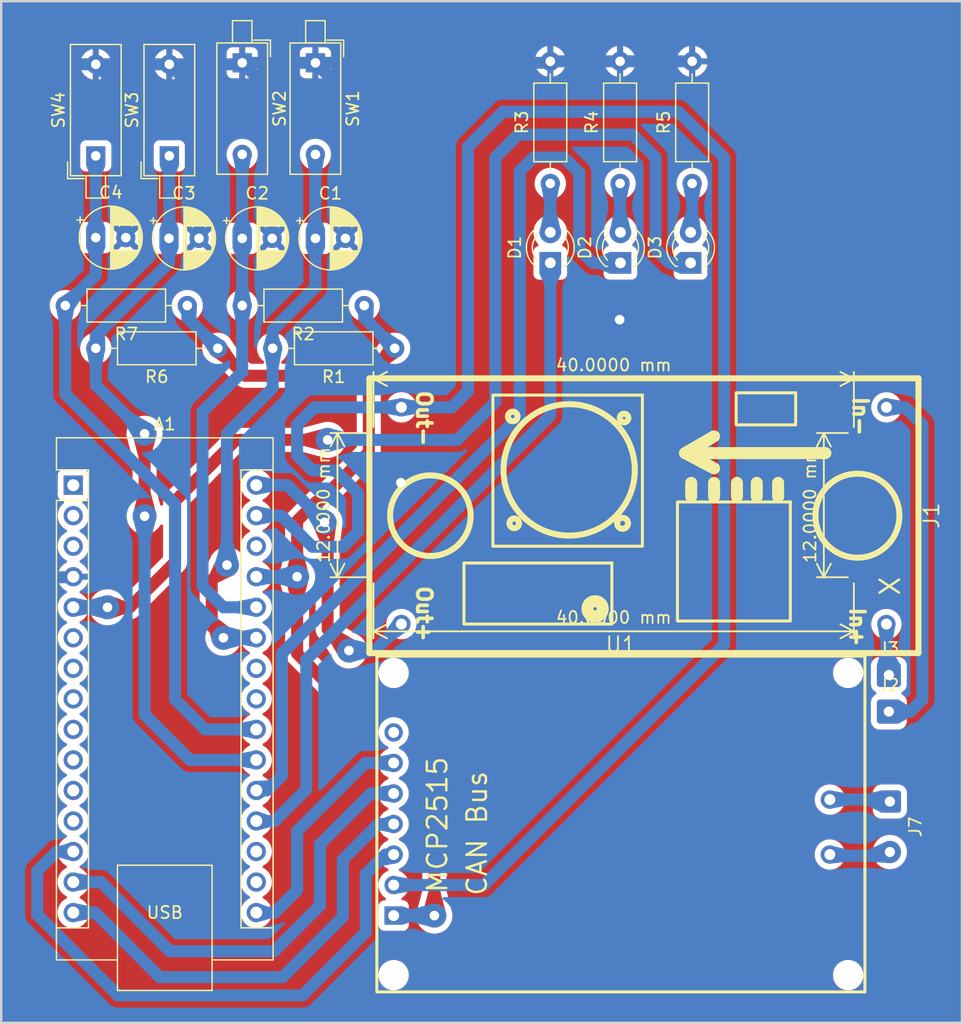
<source format=kicad_pcb>
(kicad_pcb (version 20240108) (generator "pcbnew") (generator_version "8.0")
  (layers (0 "F.Cu" signal) (31 "B.Cu" signal) (34 "B.Paste" user) (35 "F.Paste" user) (36 "B.SilkS" user "B.Silkscreen") (37 "F.SilkS" user "F.Silkscreen") (38 "B.Mask" user) (39 "F.Mask" user) (44 "Edge.Cuts" user))
  (net 0 "")
  (net 2 "Net-(A1-+5V)")
  (net 3 "Net-(A1-GND-Pad4)")
  (net 4 "Net-(A1-A6)")
  (net 5 "Net-(A1-A1)")
  (net 6 "Net-(A1-A3)")
  (net 7 "Net-(A1-D12)")
  (net 12 "Net-(A1-A7)")
  (net 14 "Net-(A1-D11)")
  (net 15 "Net-(A1-A2)")
  (net 17 "Net-(A1-A0)")
  (net 20 "Net-(A1-D10)")
  (net 21 "Net-(A1-D13)")
  (net 23 "Net-(A1-D2)")
  (net 26 "Net-(A1-VIN)")
  (net 29 "Net-(D1-A)")
  (net 30 "Net-(D2-A)")
  (net 31 "Net-(D3-A)")
  (net 32 "Net-(J7-Pin_1)")
  (net 33 "Net-(J7-Pin_2)")
  (net 36 "Net-(J1-Pin_3)")
  (net 37 "Net-(J1-Pin_2)")
  (net 38 "Net-(J1-Pin_1)")
  (footprint "Connector_Wire:SolderWire-0.25sqmm_1x01_D0.65mm_OD2mm" (layer "F.Cu") (at 216.916 83.058)
    (property "Reference" "J3" (at 0 -2.2 0) (layer "F.SilkS"))
    (property "Value" "Conn_01x01")
    (pad "1" thru_hole roundrect (at 0 0) (size 2 2) (drill 0.85) (layers "*.Cu" "*.Mask") (roundrect_rratio 0.125) (net 37 "Net-(J1-Pin_2)"))
  )
  (footprint "Resistor_THT:R_Axial_DIN0207_L6.3mm_D2.5mm_P10.16mm_Horizontal" (layer "F.Cu") (at 200.535 42.164 90)
    (property "Reference" "R5" (at 5.08 -2.37 90) (layer "F.SilkS"))
    (property "Value" "R3")
    (pad "1" thru_hole circle (at 0 0 90) (size 1.6 1.6) (drill 0.8) (layers "*.Cu" "*.Mask") (net 31 "Net-(D3-A)"))
    (pad "2" thru_hole oval (at 10.16 0 90) (size 1.6 1.6) (drill 0.8) (layers "*.Cu" "*.Mask") (net 3 "Net-(A1-GND-Pad4)"))
  )
  (footprint "Capacitor_THT:CP_Radial_D5.0mm_P2.50mm" (layer "F.Cu") (at 150.876 46.671112)
    (property "Reference" "C4" (at 1.25 -3.75 0) (layer "F.SilkS"))
    (property "Value" "C_Polarized_Small_US")
    (pad "1" thru_hole rect (at 0 0) (size 1.6 1.6) (drill 0.8) (layers "*.Cu" "*.Mask") (net 6 "Net-(A1-A3)"))
    (pad "2" thru_hole circle (at 2.5 0) (size 1.6 1.6) (drill 0.8) (layers "*.Cu" "*.Mask") (net 3 "Net-(A1-GND-Pad4)"))
  )
  (footprint "LED_THT:LED_D3.0mm" (layer "F.Cu") (at 194.564 48.773 90)
    (property "Reference" "D2" (at 1.27 -2.96 90) (layer "F.SilkS"))
    (property "Value" "LED2")
    (pad "1" thru_hole rect (at 0 0 90) (size 1.8 1.8) (drill 0.9) (layers "*.Cu" "*.Mask") (net 5 "Net-(A1-A1)"))
    (pad "2" thru_hole circle (at 2.54 0 90) (size 1.8 1.8) (drill 0.9) (layers "*.Cu" "*.Mask") (net 30 "Net-(D2-A)"))
  )
  (footprint "Capacitor_THT:CP_Radial_D5.0mm_P2.50mm" (layer "F.Cu") (at 169.164 46.736)
    (property "Reference" "C1" (at 1.25 -3.75 0) (layer "F.SilkS"))
    (property "Value" "C_Polarized_Small_US")
    (pad "1" thru_hole rect (at 0 0) (size 1.6 1.6) (drill 0.8) (layers "*.Cu" "*.Mask") (net 4 "Net-(A1-A6)"))
    (pad "2" thru_hole circle (at 2.5 0) (size 1.6 1.6) (drill 0.8) (layers "*.Cu" "*.Mask") (net 3 "Net-(A1-GND-Pad4)"))
  )
  (footprint "Button_Switch_THT:SW_DIP_SPSTx01_Piano_10.8x4.1mm_W7.62mm_P2.54mm" (layer "F.Cu") (at 163.068 32.127 -90)
    (property "Reference" "SW2" (at 3.81 -3.11 90) (layer "F.SilkS"))
    (property "Value" "SW_Push")
    (pad "1" thru_hole rect (at 0 0 270) (size 1.6 1.6) (drill 0.8) (layers "*.Cu" "*.Mask") (net 3 "Net-(A1-GND-Pad4)"))
    (pad "2" thru_hole oval (at 7.62 0 270) (size 1.6 1.6) (drill 0.8) (layers "*.Cu" "*.Mask") (net 12 "Net-(A1-A7)"))
  )
  (footprint "Connector_Wire:SolderWire-0.25sqmm_1x02_P4.2mm_D0.65mm_OD1.7mm" (layer "F.Cu") (at 217 93.59 -90)
    (property "Reference" "J7" (at 2.1 -2.12 90) (layer "F.SilkS"))
    (property "Value" "Conn_01x02")
    (pad "1" thru_hole roundrect (at 0 0 270) (size 1.85 1.85) (drill 0.85) (layers "*.Cu" "*.Mask") (roundrect_rratio 0.135135) (net 32 "Net-(J7-Pin_1)"))
    (pad "2" thru_hole circle (at 4.2 0 270) (size 1.85 1.85) (drill 0.85) (layers "*.Cu" "*.Mask") (net 33 "Net-(J7-Pin_2)"))
  )
  (footprint "Capacitor_THT:CP_Radial_D5.0mm_P2.50mm" (layer "F.Cu") (at 156.972 46.736)
    (property "Reference" "C3" (at 1.25 -3.75 0) (layer "F.SilkS"))
    (property "Value" "C_Polarized_Small_US")
    (pad "1" thru_hole rect (at 0 0) (size 1.6 1.6) (drill 0.8) (layers "*.Cu" "*.Mask") (net 15 "Net-(A1-A2)"))
    (pad "2" thru_hole circle (at 2.5 0) (size 1.6 1.6) (drill 0.8) (layers "*.Cu" "*.Mask") (net 3 "Net-(A1-GND-Pad4)"))
  )
  (footprint "Resistor_THT:R_Axial_DIN0207_L6.3mm_D2.5mm_P10.16mm_Horizontal" (layer "F.Cu") (at 161.036 55.88 180)
    (property "Reference" "R6" (at 5.08 -2.37 0) (layer "F.SilkS"))
    (property "Value" "R3")
    (pad "1" thru_hole circle (at 0 0 180) (size 1.6 1.6) (drill 0.8) (layers "*.Cu" "*.Mask") (net 2 "Net-(A1-+5V)"))
    (pad "2" thru_hole oval (at 10.16 0 180) (size 1.6 1.6) (drill 0.8) (layers "*.Cu" "*.Mask") (net 15 "Net-(A1-A2)"))
  )
  (footprint "Button_Switch_THT:SW_DIP_SPSTx01_Piano_10.8x4.1mm_W7.62mm_P2.54mm" (layer "F.Cu") (at 169.164 32.127 -90)
    (property "Reference" "SW1" (at 3.81 -3.11 90) (layer "F.SilkS"))
    (property "Value" "SW_Push")
    (pad "1" thru_hole rect (at 0 0 270) (size 1.6 1.6) (drill 0.8) (layers "*.Cu" "*.Mask") (net 3 "Net-(A1-GND-Pad4)"))
    (pad "2" thru_hole oval (at 7.62 0 270) (size 1.6 1.6) (drill 0.8) (layers "*.Cu" "*.Mask") (net 4 "Net-(A1-A6)"))
  )
  (footprint "Capacitor_THT:CP_Radial_D5.0mm_P2.50mm" (layer "F.Cu") (at 163.068 46.736)
    (property "Reference" "C2" (at 1.25 -3.75 0) (layer "F.SilkS"))
    (property "Value" "C_Polarized_Small_US")
    (pad "1" thru_hole rect (at 0 0) (size 1.6 1.6) (drill 0.8) (layers "*.Cu" "*.Mask") (net 12 "Net-(A1-A7)"))
    (pad "2" thru_hole circle (at 2.5 0) (size 1.6 1.6) (drill 0.8) (layers "*.Cu" "*.Mask") (net 3 "Net-(A1-GND-Pad4)"))
  )
  (footprint "Resistor_THT:R_Axial_DIN0207_L6.3mm_D2.5mm_P10.16mm_Horizontal" (layer "F.Cu") (at 173.228 52.324 180)
    (property "Reference" "R2" (at 5.08 -2.37 0) (layer "F.SilkS"))
    (property "Value" "R3")
    (pad "1" thru_hole circle (at 0 0 180) (size 1.6 1.6) (drill 0.8) (layers "*.Cu" "*.Mask") (net 2 "Net-(A1-+5V)"))
    (pad "2" thru_hole oval (at 10.16 0 180) (size 1.6 1.6) (drill 0.8) (layers "*.Cu" "*.Mask") (net 12 "Net-(A1-A7)"))
  )
  (footprint "modulos:LM2596 DC-DC HW-411" (layer "F.Cu") (at 196.517 69.807 -90)
    (property "Reference" "J1" (at 0 -23.945 90) (layer "F.SilkS") (effects (font (size 1.27 1.27))))
    (property "Value" "Conn_01x04")
    (fp_text user "X" (at 4.953 -21.3106 -90) (layer "F.SilkS") (effects (font (size 1.6256 1.6256) (thickness 0.2032)) (justify left top)))
    (fp_text user "In-" (at -10.033 -18.726 -90) (layer "F.SilkS") (effects (font (size 1.2 1.2) (thickness 0.3)) (justify left top)))
    (fp_text user "Out-" (at -10.541 17.596 -90) (layer "F.SilkS") (effects (font (size 1.2 1.2) (thickness 0.3)) (justify left top)))
    (fp_text user "Out+" (at 5.715 17.596 -90) (layer "F.SilkS") (effects (font (size 1.2 1.2) (thickness 0.3)) (justify left top)))
    (fp_text user "In+" (at 7.493 -18.472 -90) (layer "F.SilkS") (effects (font (size 1.2 1.2) (thickness 0.3)) (justify left top)))
    (pad "1" thru_hole oval (at -9.017 -20.193 270) (size 1.524 1.524) (drill 0.9144) (layers "*.Cu" "*.Mask") (net 38 "Net-(J1-Pin_1)"))
    (pad "2" thru_hole oval (at 9.017 -20.193 270) (size 1.524 1.524) (drill 0.9144) (layers "*.Cu" "*.Mask") (net 37 "Net-(J1-Pin_2)"))
    (pad "3" thru_hole oval (at -9.017 20.193 270) (size 1.524 1.524) (drill 0.9144) (layers "*.Cu" "*.Mask") (net 36 "Net-(J1-Pin_3)"))
    (pad "4" thru_hole oval (at 9.017 20.193 270) (size 1.524 1.524) (drill 0.9144) (layers "*.Cu" "*.Mask") (net 26 "Net-(A1-VIN)"))
  )
  (footprint "Resistor_THT:R_Axial_DIN0207_L6.3mm_D2.5mm_P10.16mm_Horizontal" (layer "F.Cu") (at 194.535 42.164 90)
    (property "Reference" "R4" (at 5.08 -2.37 90) (layer "F.SilkS"))
    (property "Value" "R2")
    (pad "1" thru_hole circle (at 0 0 90) (size 1.6 1.6) (drill 0.8) (layers "*.Cu" "*.Mask") (net 30 "Net-(D2-A)"))
    (pad "2" thru_hole oval (at 10.16 0 90) (size 1.6 1.6) (drill 0.8) (layers "*.Cu" "*.Mask") (net 3 "Net-(A1-GND-Pad4)"))
  )
  (footprint "LED_THT:LED_D3.0mm" (layer "F.Cu") (at 188.722 48.773 90)
    (property "Reference" "D1" (at 1.27 -2.96 90) (layer "F.SilkS"))
    (property "Value" "LED1")
    (pad "1" thru_hole rect (at 0 0 90) (size 1.8 1.8) (drill 0.9) (layers "*.Cu" "*.Mask") (net 17 "Net-(A1-A0)"))
    (pad "2" thru_hole circle (at 2.54 0 90) (size 1.8 1.8) (drill 0.9) (layers "*.Cu" "*.Mask") (net 29 "Net-(D1-A)"))
  )
  (footprint "Module:Arduino_Nano" (layer "F.Cu") (at 149 67.268)
    (property "Reference" "A1" (at 7.62 -5.08 0) (layer "F.SilkS"))
    (property "Value" "Arduino_Nano_v2.x")
    (fp_text user "USB" (at 7.62 35.56 0) (layer "F.SilkS"))
    (pad "1" thru_hole rect (at 0 0) (size 1.6 1.6) (drill 1) (layers "*.Cu" "*.Mask"))
    (pad "2" thru_hole oval (at 0 2.54) (size 1.6 1.6) (drill 1) (layers "*.Cu" "*.Mask"))
    (pad "3" thru_hole oval (at 0 5.08) (size 1.6 1.6) (drill 1) (layers "*.Cu" "*.Mask"))
    (pad "4" thru_hole oval (at 0 7.62) (size 1.6 1.6) (drill 1) (layers "*.Cu" "*.Mask") (net 3 "Net-(A1-GND-Pad4)"))
    (pad "5" thru_hole oval (at 0 10.16) (size 1.6 1.6) (drill 1) (layers "*.Cu" "*.Mask") (net 23 "Net-(A1-D2)"))
    (pad "6" thru_hole oval (at 0 12.7) (size 1.6 1.6) (drill 1) (layers "*.Cu" "*.Mask"))
    (pad "7" thru_hole oval (at 0 15.24) (size 1.6 1.6) (drill 1) (layers "*.Cu" "*.Mask"))
    (pad "8" thru_hole oval (at 0 17.78) (size 1.6 1.6) (drill 1) (layers "*.Cu" "*.Mask"))
    (pad "9" thru_hole oval (at 0 20.32) (size 1.6 1.6) (drill 1) (layers "*.Cu" "*.Mask"))
    (pad "10" thru_hole oval (at 0 22.86) (size 1.6 1.6) (drill 1) (layers "*.Cu" "*.Mask"))
    (pad "11" thru_hole oval (at 0 25.4) (size 1.6 1.6) (drill 1) (layers "*.Cu" "*.Mask"))
    (pad "12" thru_hole oval (at 0 27.94) (size 1.6 1.6) (drill 1) (layers "*.Cu" "*.Mask"))
    (pad "13" thru_hole oval (at 0 30.48) (size 1.6 1.6) (drill 1) (layers "*.Cu" "*.Mask") (net 20 "Net-(A1-D10)"))
    (pad "14" thru_hole oval (at 0 33.02) (size 1.6 1.6) (drill 1) (layers "*.Cu" "*.Mask") (net 14 "Net-(A1-D11)"))
    (pad "15" thru_hole oval (at 0 35.56) (size 1.6 1.6) (drill 1) (layers "*.Cu" "*.Mask") (net 7 "Net-(A1-D12)"))
    (pad "16" thru_hole oval (at 15.24 35.56) (size 1.6 1.6) (drill 1) (layers "*.Cu" "*.Mask") (net 21 "Net-(A1-D13)"))
    (pad "17" thru_hole oval (at 15.24 33.02) (size 1.6 1.6) (drill 1) (layers "*.Cu" "*.Mask"))
    (pad "18" thru_hole oval (at 15.24 30.48) (size 1.6 1.6) (drill 1) (layers "*.Cu" "*.Mask"))
    (pad "19" thru_hole oval (at 15.24 27.94) (size 1.6 1.6) (drill 1) (layers "*.Cu" "*.Mask") (net 17 "Net-(A1-A0)"))
    (pad "20" thru_hole oval (at 15.24 25.4) (size 1.6 1.6) (drill 1) (layers "*.Cu" "*.Mask") (net 5 "Net-(A1-A1)"))
    (pad "21" thru_hole oval (at 15.24 22.86) (size 1.6 1.6) (drill 1) (layers "*.Cu" "*.Mask") (net 15 "Net-(A1-A2)"))
    (pad "22" thru_hole oval (at 15.24 20.32) (size 1.6 1.6) (drill 1) (layers "*.Cu" "*.Mask") (net 6 "Net-(A1-A3)"))
    (pad "23" thru_hole oval (at 15.24 17.78) (size 1.6 1.6) (drill 1) (layers "*.Cu" "*.Mask"))
    (pad "24" thru_hole oval (at 15.24 15.24) (size 1.6 1.6) (drill 1) (layers "*.Cu" "*.Mask"))
    (pad "25" thru_hole oval (at 15.24 12.7) (size 1.6 1.6) (drill 1) (layers "*.Cu" "*.Mask") (net 4 "Net-(A1-A6)"))
    (pad "26" thru_hole oval (at 15.24 10.16) (size 1.6 1.6) (drill 1) (layers "*.Cu" "*.Mask") (net 12 "Net-(A1-A7)"))
    (pad "27" thru_hole oval (at 15.24 7.62) (size 1.6 1.6) (drill 1) (layers "*.Cu" "*.Mask") (net 2 "Net-(A1-+5V)"))
    (pad "28" thru_hole oval (at 15.24 5.08) (size 1.6 1.6) (drill 1) (layers "*.Cu" "*.Mask"))
    (pad "29" thru_hole oval (at 15.24 2.54) (size 1.6 1.6) (drill 1) (layers "*.Cu" "*.Mask") (net 36 "Net-(J1-Pin_3)"))
    (pad "30" thru_hole oval (at 15.24 0) (size 1.6 1.6) (drill 1) (layers "*.Cu" "*.Mask") (net 26 "Net-(A1-VIN)"))
  )
  (footprint "Button_Switch_THT:SW_DIP_SPSTx01_Piano_10.8x4.1mm_W7.62mm_P2.54mm" (layer "F.Cu") (at 157 39.87 90)
    (property "Reference" "SW3" (at 3.81 -3.11 90) (layer "F.SilkS"))
    (property "Value" "SW_Push")
    (pad "1" thru_hole rect (at 0 0 90) (size 1.6 1.6) (drill 0.8) (layers "*.Cu" "*.Mask") (net 15 "Net-(A1-A2)"))
    (pad "2" thru_hole oval (at 7.62 0 90) (size 1.6 1.6) (drill 0.8) (layers "*.Cu" "*.Mask") (net 3 "Net-(A1-GND-Pad4)"))
  )
  (footprint "Connector_Wire:SolderWire-0.25sqmm_1x01_D0.65mm_OD2mm" (layer "F.Cu") (at 216.916 86.106)
    (property "Reference" "J2" (at 0 -2.2 0) (layer "F.SilkS"))
    (property "Value" "Conn_01x01")
    (pad "1" thru_hole roundrect (at 0 0) (size 2 2) (drill 0.85) (layers "*.Cu" "*.Mask") (roundrect_rratio 0.125) (net 38 "Net-(J1-Pin_1)"))
  )
  (footprint "Button_Switch_THT:SW_DIP_SPSTx01_Piano_10.8x4.1mm_W7.62mm_P2.54mm" (layer "F.Cu") (at 150.876 39.87 90)
    (property "Reference" "SW4" (at 3.81 -3.11 90) (layer "F.SilkS"))
    (property "Value" "SW_Push")
    (pad "1" thru_hole rect (at 0 0 90) (size 1.6 1.6) (drill 0.8) (layers "*.Cu" "*.Mask") (net 6 "Net-(A1-A3)"))
    (pad "2" thru_hole oval (at 7.62 0 90) (size 1.6 1.6) (drill 0.8) (layers "*.Cu" "*.Mask") (net 3 "Net-(A1-GND-Pad4)"))
  )
  (footprint "modulos:MCP2515-CANBUS MODULE FOOTPRINT" (layer "F.Cu") (at 193.839 95.46)
    (property "Reference" "U1" (at 0.762 -14.932 0) (layer "F.SilkS") (effects (font (size 1.27 1.27))))
    (property "Value" "MCP2515-xSO")
    (fp_text user "CAN Bus" (at -12.1666 6.096 90) (layer "F.SilkS") (effects (font (size 1.6256 1.6256) (thickness 0.2032)) (justify left top)))
    (fp_text user "MCP2515" (at -15.4686 5.842 90) (layer "F.SilkS") (effects (font (size 1.6256 1.6256) (thickness 0.2032)) (justify left top)))
    (pad "" np_thru_hole circle (at -18.161 -12.573) (size 2.032 2.032) (drill 2.032) (layers "F&B.Cu" "*.Mask"))
    (pad "" np_thru_hole circle (at -18.161 12.573) (size 2.032 2.032) (drill 2.032) (layers "F&B.Cu" "*.Mask"))
    (pad "" np_thru_hole circle (at 19.685 -12.573) (size 2.032 2.032) (drill 2.032) (layers "F&B.Cu" "*.Mask"))
    (pad "" np_thru_hole circle (at 19.685 12.573) (size 2.032 2.032) (drill 2.032) (layers "F&B.Cu" "*.Mask"))
    (pad "1" thru_hole rect (at -18.161 7.62) (size 1.524 1.524) (drill 0.9144) (layers "*.Cu" "*.Mask") (net 2 "Net-(A1-+5V)"))
    (pad "2" thru_hole oval (at -18.161 5.08) (size 1.524 1.524) (drill 0.9144) (layers "*.Cu" "*.Mask") (net 36 "Net-(J1-Pin_3)"))
    (pad "3" thru_hole oval (at -18.161 2.54) (size 1.524 1.524) (drill 0.9144) (layers "*.Cu" "*.Mask") (net 20 "Net-(A1-D10)"))
    (pad "4" thru_hole oval (at -18.161 0) (size 1.524 1.524) (drill 0.9144) (layers "*.Cu" "*.Mask") (net 7 "Net-(A1-D12)"))
    (pad "5" thru_hole oval (at -18.161 -2.54) (size 1.524 1.524) (drill 0.9144) (layers "*.Cu" "*.Mask") (net 14 "Net-(A1-D11)"))
    (pad "6" thru_hole oval (at -18.161 -5.08) (size 1.524 1.524) (drill 0.9144) (layers "*.Cu" "*.Mask") (net 21 "Net-(A1-D13)"))
    (pad "7" thru_hole oval (at -18.161 -7.62) (size 1.524 1.524) (drill 0.9144) (layers "*.Cu" "*.Mask"))
    (pad "8" thru_hole oval (at 18.161 -2.032) (size 1.524 1.524) (drill 0.9144) (layers "*.Cu" "*.Mask") (net 32 "Net-(J7-Pin_1)"))
    (pad "9" thru_hole oval (at 18.161 2.54) (size 1.524 1.524) (drill 0.9144) (layers "*.Cu" "*.Mask") (net 33 "Net-(J7-Pin_2)"))
  )
  (footprint "LED_THT:LED_D3.0mm" (layer "F.Cu") (at 200.406 48.773 90)
    (property "Reference" "D3" (at 1.27 -2.96 90) (layer "F.SilkS"))
    (property "Value" "LED3")
    (pad "1" thru_hole rect (at 0 0 90) (size 1.8 1.8) (drill 0.9) (layers "*.Cu" "*.Mask") (net 23 "Net-(A1-D2)"))
    (pad "2" thru_hole circle (at 2.54 0 90) (size 1.8 1.8) (drill 0.9) (layers "*.Cu" "*.Mask") (net 31 "Net-(D3-A)"))
  )
  (footprint "Resistor_THT:R_Axial_DIN0207_L6.3mm_D2.5mm_P10.16mm_Horizontal" (layer "F.Cu") (at 175.768 55.88 180)
    (property "Reference" "R1" (at 5.08 -2.37 0) (layer "F.SilkS"))
    (property "Value" "R3")
    (pad "1" thru_hole circle (at 0 0 180) (size 1.6 1.6) (drill 0.8) (layers "*.Cu" "*.Mask") (net 2 "Net-(A1-+5V)"))
    (pad "2" thru_hole oval (at 10.16 0 180) (size 1.6 1.6) (drill 0.8) (layers "*.Cu" "*.Mask") (net 4 "Net-(A1-A6)"))
  )
  (footprint "Resistor_THT:R_Axial_DIN0207_L6.3mm_D2.5mm_P10.16mm_Horizontal" (layer "F.Cu") (at 188.722 42.164 90)
    (property "Reference" "R3" (at 5.08 -2.37 90) (layer "F.SilkS"))
    (property "Value" "R1")
    (pad "1" thru_hole circle (at 0 0 90) (size 1.6 1.6) (drill 0.8) (layers "*.Cu" "*.Mask") (net 29 "Net-(D1-A)"))
    (pad "2" thru_hole oval (at 10.16 0 90) (size 1.6 1.6) (drill 0.8) (layers "*.Cu" "*.Mask") (net 3 "Net-(A1-GND-Pad4)"))
  )
  (footprint "Resistor_THT:R_Axial_DIN0207_L6.3mm_D2.5mm_P10.16mm_Horizontal" (layer "F.Cu") (at 158.496 52.324 180)
    (property "Reference" "R7" (at 5.08 -2.37 0) (layer "F.SilkS"))
    (property "Value" "R3")
    (pad "1" thru_hole circle (at 0 0 180) (size 1.6 1.6) (drill 0.8) (layers "*.Cu" "*.Mask") (net 2 "Net-(A1-+5V)"))
    (pad "2" thru_hole oval (at 10.16 0 180) (size 1.6 1.6) (drill 0.8) (layers "*.Cu" "*.Mask") (net 6 "Net-(A1-A3)"))
  )
  (gr_rect (start 143 27) (end 223 112) (stroke (width 0.2)) (fill none) (layer "Edge.Cuts"))
  (dimension (type aligned) (layer "F.SilkS") (pts (xy 174 62.928) (xy 214 62.928)) (height -4.5) (gr_text "40,0000 mm" (at 194 57.278 0) (layer "F.SilkS") (effects (font (size 1 1) (thickness 0.15)))) (format (prefix "") (suffix "") (units 3) (units_format 1) (precision 4)) (style (thickness 0.15) (arrow_length 1.27) (text_position_mode 0) (extension_height 0.58642) (extension_offset 0.5) keep_text_aligned))
  (dimension (type aligned) (layer "F.SilkS") (pts (xy 174 74.928) (xy 214 74.928)) (height 4.5) (gr_text "40,0000 mm" (at 194 78.278 0) (layer "F.SilkS") (effects (font (size 1 1) (thickness 0.15)))) (format (prefix "") (suffix "") (units 3) (units_format 1) (precision 4)) (style (thickness 0.15) (arrow_length 1.27) (text_position_mode 0) (extension_height 0.58642) (extension_offset 0.5) keep_text_aligned))
  (dimension (type aligned) (layer "F.SilkS") (pts (xy 214 62.928) (xy 214 74.928)) (height 2.5) (gr_text "12,0000 mm" (at 210.35 68.928 90) (layer "F.SilkS") (effects (font (size 1 1) (thickness 0.15)))) (format (prefix "") (suffix "") (units 3) (units_format 1) (precision 4)) (style (thickness 0.15) (arrow_length 1.27) (text_position_mode 0) (extension_height 0.58642) (extension_offset 0.5) keep_text_aligned))
  (dimension (type aligned) (layer "F.SilkS") (pts (xy 174 62.928) (xy 174 74.928)) (height 3) (gr_text "12,0000 mm" (at 169.85 68.928 90) (layer "F.SilkS") (effects (font (size 1 1) (thickness 0.15)))) (format (prefix "") (suffix "") (units 3) (units_format 1) (precision 4)) (style (thickness 0.15) (arrow_length 1.27) (text_position_mode 0) (extension_height 0.58642) (extension_offset 0.5) keep_text_aligned))
  (segment (start 173.609 64.516) (end 169.467 68.658) (width 1) (layer "F.Cu") (net 2))
  (segment (start 175.768 55.88) (end 173.609 58.039) (width 1) (layer "F.Cu") (net 2))
  (segment (start 173.482 58.166) (end 175.768 55.88) (width 1) (layer "F.Cu") (net 2))
  (segment (start 179.07 87.376) (end 177.292 85.598) (width 1) (layer "F.Cu") (net 2))
  (segment (start 163.322 58.166) (end 173.482 58.166) (width 1) (layer "F.Cu") (net 2))
  (segment (start 173.609 58.039) (end 173.609 64.516) (width 1) (layer "F.Cu") (net 2))
  (segment (start 171.958 85.598) (end 167.64 81.28) (width 1) (layer "F.Cu") (net 2))
  (segment (start 167.64 81.28) (end 167.64 74.888) (width 1) (layer "F.Cu") (net 2))
  (segment (start 167.64 70.239836) (end 167.64 74.888) (width 1) (layer "F.Cu") (net 2))
  (segment (start 177.292 85.598) (end 171.958 85.598) (width 1) (layer "F.Cu") (net 2))
  (segment (start 161.036 55.88) (end 163.322 58.166) (width 1) (layer "F.Cu") (net 2))
  (segment (start 169.467 68.658) (end 169.221836 68.658) (width 1) (layer "F.Cu") (net 2))
  (segment (start 169.221836 68.658) (end 167.64 70.239836) (width 1) (layer "F.Cu") (net 2))
  (segment (start 179.07 103.08) (end 179.07 87.376) (width 1) (layer "F.Cu") (net 2))
  (via (at 167.64 74.888) (size 2) (drill 0.8) (layers "F.Cu" "B.Cu") (net 2))
  (via (at 179.07 103.08) (size 2) (drill 0.8) (layers "F.Cu" "B.Cu") (net 2))
  (segment (start 173.228 53.34) (end 175.768 55.88) (width 1) (layer "B.Cu") (net 2))
  (segment (start 158.496 53.34) (end 161.036 55.88) (width 1) (layer "B.Cu") (net 2))
  (segment (start 158.496 52.324) (end 158.496 53.34) (width 1) (layer "B.Cu") (net 2))
  (segment (start 179.07 103.08) (end 175.678 103.08) (width 1) (layer "B.Cu") (net 2))
  (segment (start 173.228 52.324) (end 173.228 53.34) (width 1) (layer "B.Cu") (net 2))
  (segment (start 167.64 74.888) (end 164.24 74.888) (width 1) (layer "B.Cu") (net 2))
  (via (at 176.276 67.056) (size 2) (drill 0.8) (layers "F.Cu" "B.Cu") (net 3))
  (via (at 194.5 53.5) (size 2) (drill 0.8) (layers "F.Cu" "B.Cu") (net 3))
  (segment (start 159.472 34.722) (end 157 32.25) (width 1) (layer "B.Cu") (net 3))
  (segment (start 188.722 32.004) (end 194.535 32.004) (width 1) (layer "B.Cu") (net 3))
  (segment (start 194.535 32.004) (end 200.535 32.004) (width 1) (layer "B.Cu") (net 3))
  (segment (start 162.945 32.25) (end 163.068 32.127) (width 1) (layer "B.Cu") (net 3))
  (segment (start 165.568 34.627) (end 163.068 32.127) (width 1) (layer "B.Cu") (net 3))
  (segment (start 159.472 46.736) (end 159.472 34.722) (width 1) (layer "B.Cu") (net 3))
  (segment (start 188.599 32.127) (end 188.722 32.004) (width 1) (layer "B.Cu") (net 3))
  (segment (start 169.164 32.127) (end 188.599 32.127) (width 1) (layer "B.Cu") (net 3))
  (segment (start 171.664 34.627) (end 169.164 32.127) (width 1) (layer "B.Cu") (net 3))
  (segment (start 165.568 46.736) (end 165.568 34.627) (width 1) (layer "B.Cu") (net 3))
  (segment (start 148.958 74.93) (end 147.546 74.93) (width 1) (layer "B.Cu") (net 3))
  (segment (start 146.304 73.688) (end 146.304 34.544) (width 1) (layer "B.Cu") (net 3))
  (segment (start 148.598 32.25) (end 150.876 32.25) (width 1) (layer "B.Cu") (net 3))
  (segment (start 153.376 46.671112) (end 153.376 34.75) (width 1) (layer "B.Cu") (net 3))
  (segment (start 146.304 34.544) (end 148.598 32.25) (width 1) (layer "B.Cu") (net 3))
  (segment (start 153.376 34.75) (end 150.876 32.25) (width 1) (layer "B.Cu") (net 3))
  (segment (start 149 74.888) (end 148.958 74.93) (width 1) (layer "B.Cu") (net 3))
  (segment (start 150.876 32.25) (end 157 32.25) (width 1) (layer "B.Cu") (net 3))
  (segment (start 147.546 74.93) (end 146.304 73.688) (width 1) (layer "B.Cu") (net 3))
  (segment (start 157 32.25) (end 162.945 32.25) (width 1) (layer "B.Cu") (net 3))
  (segment (start 163.068 32.127) (end 169.164 32.127) (width 1) (layer "B.Cu") (net 3))
  (segment (start 171.664 46.736) (end 171.664 34.627) (width 1) (layer "B.Cu") (net 3))
  (segment (start 160.528 78.994) (end 160.528 75.184) (width 1) (layer "F.Cu") (net 4))
  (segment (start 160.528 75.184) (end 161.798 73.914) (width 1) (layer "F.Cu") (net 4))
  (segment (start 161.502 79.968) (end 160.528 78.994) (width 1) (layer "F.Cu") (net 4))
  (via (at 161.798 73.914) (size 2) (drill 0.8) (layers "F.Cu" "B.Cu") (net 4))
  (via (at 161.502 79.968) (size 2) (drill 0.8) (layers "F.Cu" "B.Cu") (net 4))
  (segment (start 169.164 39.747) (end 169.164 46.736) (width 1) (layer "B.Cu") (net 4))
  (segment (start 169.164 50.8) (end 169.164 46.736) (width 1) (layer "B.Cu") (net 4))
  (segment (start 161.798 62.992) (end 161.798 73.66) (width 1) (layer "B.Cu") (net 4))
  (segment (start 169.164 50.8) (end 165.608 54.356) (width 1) (layer "B.Cu") (net 4))
  (segment (start 165.608 54.356) (end 165.608 55.88) (width 1) (layer "B.Cu") (net 4))
  (segment (start 165.608 59.182) (end 161.798 62.992) (width 1) (layer "B.Cu") (net 4))
  (segment (start 161.502 79.968) (end 164.24 79.968) (width 1) (layer "B.Cu") (net 4))
  (segment (start 165.608 55.88) (end 165.608 59.182) (width 1) (layer "B.Cu") (net 4))
  (segment (start 166.37 91.44) (end 165.142 92.668) (width 1) (layer "B.Cu") (net 5))
  (segment (start 187.325 40.005) (end 186.182 41.148) (width 1) (layer "B.Cu") (net 5))
  (segment (start 186.182 41.148) (end 186.182 61.468) (width 1) (layer "B.Cu") (net 5))
  (segment (start 194.564 48.773) (end 192.283 48.773) (width 1) (layer "B.Cu") (net 5))
  (segment (start 166.37 81.28) (end 166.37 91.44) (width 1) (layer "B.Cu") (net 5))
  (segment (start 165.142 92.668) (end 164.24 92.668) (width 1) (layer "B.Cu") (net 5))
  (segment (start 191.135 41.275) (end 189.865 40.005) (width 1) (layer "B.Cu") (net 5))
  (segment (start 189.865 40.005) (end 187.325 40.005) (width 1) (layer "B.Cu") (net 5))
  (segment (start 192.283 48.773) (end 191.135 47.625) (width 1) (layer "B.Cu") (net 5))
  (segment (start 186.182 61.468) (end 166.37 81.28) (width 1) (layer "B.Cu") (net 5))
  (segment (start 191.135 47.625) (end 191.135 41.275) (width 1) (layer "B.Cu") (net 5))
  (segment (start 150.876 49.784) (end 150.876 46.671112) (width 1) (layer "B.Cu") (net 6))
  (segment (start 164.24 87.588) (end 159.978 87.588) (width 1) (layer "B.Cu") (net 6))
  (segment (start 157.48 85.09) (end 157.48 68.834) (width 1) (layer "B.Cu") (net 6))
  (segment (start 157.48 68.834) (end 148.336 59.69) (width 1) (layer "B.Cu") (net 6))
  (segment (start 148.336 52.324) (end 150.876 49.784) (width 1) (layer "B.Cu") (net 6))
  (segment (start 148.336 59.69) (end 148.336 52.324) (width 1) (layer "B.Cu") (net 6))
  (segment (start 159.978 87.588) (end 157.48 85.09) (width 1) (layer "B.Cu") (net 6))
  (segment (start 150.876 39.87) (end 150.876 46.671112) (width 1) (layer "B.Cu") (net 6))
  (segment (start 156.204 108.204) (end 166.4335 108.204) (width 1) (layer "B.Cu") (net 7))
  (segment (start 150.828 102.828) (end 156.204 108.204) (width 1) (layer "B.Cu") (net 7))
  (segment (start 171.45 103.1875) (end 171.45 98.425) (width 1) (layer "B.Cu") (net 7))
  (segment (start 166.4335 108.204) (end 171.45 103.1875) (width 1) (layer "B.Cu") (net 7))
  (segment (start 171.45 98.425) (end 174.415 95.46) (width 1) (layer "B.Cu") (net 7))
  (segment (start 174.415 95.46) (end 175.678 95.46) (width 1) (layer "B.Cu") (net 7))
  (segment (start 149 102.828) (end 150.828 102.828) (width 1) (layer "B.Cu") (net 7))
  (segment (start 159.766 75.692) (end 161.502 77.428) (width 1) (layer "B.Cu") (net 12))
  (segment (start 163.068 39.747) (end 163.068 46.736) (width 1) (layer "B.Cu") (net 12))
  (segment (start 163.068 57.8485) (end 159.766 61.1505) (width 1) (layer "B.Cu") (net 12))
  (segment (start 161.502 77.428) (end 164.24 77.428) (width 1) (layer "B.Cu") (net 12))
  (segment (start 163.068 52.324) (end 163.068 57.8485) (width 1) (layer "B.Cu") (net 12))
  (segment (start 159.766 61.1505) (end 159.766 75.692) (width 1) (layer "B.Cu") (net 12))
  (segment (start 163.068 46.736) (end 163.068 52.324) (width 1) (layer "B.Cu") (net 12))
  (segment (start 157.045 106.045) (end 165.735 106.045) (width 1) (layer "B.Cu") (net 14))
  (segment (start 169.545 102.235) (end 169.545 97.155) (width 1) (layer "B.Cu") (net 14))
  (segment (start 165.735 106.045) (end 169.545 102.235) (width 1) (layer "B.Cu") (net 14))
  (segment (start 151.288 100.288) (end 157.045 106.045) (width 1) (layer "B.Cu") (net 14))
  (segment (start 173.78 92.92) (end 175.678 92.92) (width 1) (layer "B.Cu") (net 14))
  (segment (start 149 100.288) (end 151.288 100.288) (width 1) (layer "B.Cu") (net 14))
  (segment (start 169.545 97.155) (end 173.78 92.92) (width 1) (layer "B.Cu") (net 14))
  (segment (start 154.94 62.992) (end 154.94 69.85) (width 1) (layer "F.Cu") (net 15))
  (via (at 154.94 69.85) (size 2) (drill 0.8) (layers "F.Cu" "B.Cu") (net 15))
  (via (at 154.94 62.992) (size 2) (drill 0.8) (layers "F.Cu" "B.Cu") (net 15))
  (segment (start 150.876 54.864) (end 150.876 55.88) (width 1) (layer "B.Cu") (net 15))
  (segment (start 156.972 48.768) (end 150.876 54.864) (width 1) (layer "B.Cu") (net 15))
  (segment (start 150.876 58.928) (end 150.876 55.88) (width 1) (layer "B.Cu") (net 15))
  (segment (start 158.708 90.128) (end 164.24 90.128) (width 1) (layer "B.Cu") (net 15))
  (segment (start 157 39.87) (end 157 46.708) (width 1) (layer "B.Cu") (net 15))
  (segment (start 154.94 86.36) (end 158.708 90.128) (width 1) (layer "B.Cu") (net 15))
  (segment (start 157 46.708) (end 156.972 46.736) (width 1) (layer "B.Cu") (net 15))
  (segment (start 156.972 46.736) (end 156.972 48.768) (width 1) (layer "B.Cu") (net 15))
  (segment (start 154.94 62.992) (end 150.876 58.928) (width 1) (layer "B.Cu") (net 15))
  (segment (start 154.94 69.85) (end 154.94 86.36) (width 1) (layer "B.Cu") (net 15))
  (segment (start 165.777 95.208) (end 164.24 95.208) (width 1) (layer "B.Cu") (net 17))
  (segment (start 188.722 61.468) (end 168.402 81.788) (width 1) (layer "B.Cu") (net 17))
  (segment (start 168.402 81.788) (end 168.402 92.583) (width 1) (layer "B.Cu") (net 17))
  (segment (start 168.402 92.583) (end 165.777 95.208) (width 1) (layer "B.Cu") (net 17))
  (segment (start 188.722 48.773) (end 188.722 61.468) (width 1) (layer "B.Cu") (net 17))
  (segment (start 146 103) (end 152.728 109.728) (width 1) (layer "B.Cu") (net 20))
  (segment (start 168.0845 109.728) (end 173.355 104.4575) (width 1) (layer "B.Cu") (net 20))
  (segment (start 146 99.364) (end 146 103) (width 1) (layer "B.Cu") (net 20))
  (segment (start 152.728 109.728) (end 168.0845 109.728) (width 1) (layer "B.Cu") (net 20))
  (segment (start 173.355 99.6315) (end 174.9865 98) (width 1) (layer "B.Cu") (net 20))
  (segment (start 173.355 104.4575) (end 173.355 99.6315) (width 1) (layer "B.Cu") (net 20))
  (segment (start 147.616 97.748) (end 146 99.364) (width 1) (layer "B.Cu") (net 20))
  (segment (start 149 97.748) (end 147.616 97.748) (width 1) (layer "B.Cu") (net 20))
  (segment (start 174.9865 98) (end 175.678 98) (width 1) (layer "B.Cu") (net 20))
  (segment (start 165.777 102.828) (end 164.24 102.828) (width 1) (layer "B.Cu") (net 21))
  (segment (start 175.678 90.38) (end 173.312472 90.38) (width 1) (layer "B.Cu") (net 21))
  (segment (start 173.312472 90.38) (end 167.64 96.052472) (width 1) (layer "B.Cu") (net 21))
  (segment (start 167.64 96.052472) (end 167.64 100.965) (width 1) (layer "B.Cu") (net 21))
  (segment (start 167.64 100.965) (end 165.777 102.828) (width 1) (layer "B.Cu") (net 21))
  (segment (start 153.712 77.428) (end 151.85 77.428) (width 1) (layer "F.Cu") (net 23))
  (segment (start 162.56 63.5) (end 157.48 68.58) (width 1) (layer "F.Cu") (net 23))
  (segment (start 170.18 63.5) (end 162.56 63.5) (width 1) (layer "F.Cu") (net 23))
  (segment (start 157.48 68.58) (end 157.48 73.66) (width 1) (layer "F.Cu") (net 23))
  (segment (start 157.48 73.66) (end 153.712 77.428) (width 1) (layer "F.Cu") (net 23))
  (via (at 170.18 63.5) (size 2) (drill 0.8) (layers "F.Cu" "B.Cu") (net 23))
  (via (at 151.85 77.428) (size 2) (drill 0.8) (layers "F.Cu" "B.Cu") (net 23))
  (segment (start 184.15 60.35) (end 184.15 40.005) (width 1) (layer "B.Cu") (net 23))
  (segment (start 197.485 40.005) (end 197.485 47.625) (width 1) (layer "B.Cu") (net 23))
  (segment (start 180.975 63.5) (end 182.475 62) (width 1) (layer "B.Cu") (net 23))
  (segment (start 197.485 47.625) (end 198.633 48.773) (width 1) (layer "B.Cu") (net 23))
  (segment (start 182.475 62) (end 182.5 62) (width 1) (layer "B.Cu") (net 23))
  (segment (start 149 77.428) (end 151.85 77.428) (width 1) (layer "B.Cu") (net 23))
  (segment (start 170.18 63.5) (end 180.975 63.5) (width 1) (layer "B.Cu") (net 23))
  (segment (start 195.58 38.1) (end 197.485 40.005) (width 1) (layer "B.Cu") (net 23))
  (segment (start 184.15 40.005) (end 186.055 38.1) (width 1) (layer "B.Cu") (net 23))
  (segment (start 182.5 62) (end 184.15 60.35) (width 1) (layer "B.Cu") (net 23))
  (segment (start 186.055 38.1) (end 195.58 38.1) (width 1) (layer "B.Cu") (net 23))
  (segment (start 151.85 77.428) (end 151.892 77.47) (width 1) (layer "B.Cu") (net 23))
  (segment (start 198.633 48.773) (end 200.406 48.773) (width 1) (layer "B.Cu") (net 23))
  (segment (start 170.18 79.248) (end 171.958 81.026) (width 1) (layer "F.Cu") (net 26))
  (segment (start 170.18 70.612) (end 170.18 79.248) (width 1) (layer "F.Cu") (net 26))
  (segment (start 169.926 70.358) (end 170.18 70.612) (width 1) (layer "F.Cu") (net 26))
  (via (at 171.958 81.026) (size 2) (drill 0.8) (layers "F.Cu" "B.Cu") (net 26))
  (via (at 169.926 70.358) (size 2) (drill 0.8) (layers "F.Cu" "B.Cu") (net 26))
  (segment (start 174.122 81.026) (end 176.324 78.824) (width 1) (layer "B.Cu") (net 26))
  (segment (start 164.24 67.268) (end 166.836 67.268) (width 1) (layer "B.Cu") (net 26))
  (segment (start 166.836 67.268) (end 169.926 70.358) (width 1) (layer "B.Cu") (net 26))
  (segment (start 171.958 81.026) (end 174.122 81.026) (width 1) (layer "B.Cu") (net 26))
  (segment (start 188.722 42.164) (end 188.722 46.233) (width 1) (layer "B.Cu") (net 29))
  (segment (start 194.535 42.164) (end 194.535 46.204) (width 1) (layer "B.Cu") (net 30))
  (segment (start 194.535 46.204) (end 194.564 46.233) (width 1) (layer "B.Cu") (net 30))
  (segment (start 200.535 46.104) (end 200.406 46.233) (width 1) (layer "B.Cu") (net 31))
  (segment (start 200.535 42.164) (end 200.535 46.104) (width 1) (layer "B.Cu") (net 31))
  (segment (start 216.528 93.428) (end 217 93.9) (width 1) (layer "B.Cu") (net 32))
  (segment (start 212 93.428) (end 216.528 93.428) (width 1) (layer "B.Cu") (net 32))
  (segment (start 217 98.1) (end 212.1 98.1) (width 1) (layer "B.Cu") (net 33))
  (segment (start 212.1 98.1) (end 212 98) (width 1) (layer "B.Cu") (net 33))
  (segment (start 171.45 72.39) (end 172.72 71.12) (width 1) (layer "B.Cu") (net 36))
  (segment (start 172.72 67.945) (end 170.815 66.04) (width 1) (layer "B.Cu") (net 36))
  (segment (start 199.39 36.195) (end 203.2 40.005) (width 1) (layer "B.Cu") (net 36))
  (segment (start 203.2 80.518) (end 183.178 100.54) (width 1) (layer "B.Cu") (net 36))
  (segment (start 168.91 66.04) (end 167.64 64.77) (width 1) (layer "B.Cu") (net 36))
  (segment (start 203.2 40.005) (end 203.2 80.518) (width 1) (layer "B.Cu") (net 36))
  (segment (start 181.864 39.116) (end 184.785 36.195) (width 1) (layer "B.Cu") (net 36))
  (segment (start 164.24 69.808) (end 166.328 69.808) (width 1) (layer "B.Cu") (net 36))
  (segment (start 181.864 59.436) (end 181.864 39.116) (width 1) (layer "B.Cu") (net 36))
  (segment (start 169.08 60.79) (end 176.324 60.79) (width 1) (layer "B.Cu") (net 36))
  (segment (start 168.91 72.39) (end 171.45 72.39) (width 1) (layer "B.Cu") (net 36))
  (segment (start 166.328 69.808) (end 168.91 72.39) (width 1) (layer "B.Cu") (net 36))
  (segment (start 180.51 60.79) (end 181.864 59.436) (width 1) (layer "B.Cu") (net 36))
  (segment (start 172.72 71.12) (end 172.72 67.945) (width 1) (layer "B.Cu") (net 36))
  (segment (start 176.324 60.79) (end 180.51 60.79) (width 1) (layer "B.Cu") (net 36))
  (segment (start 167.64 62.23) (end 169.08 60.79) (width 1) (layer "B.Cu") (net 36))
  (segment (start 184.785 36.195) (end 199.39 36.195) (width 1) (layer "B.Cu") (net 36))
  (segment (start 183.178 100.54) (end 175.678 100.54) (width 1) (layer "B.Cu") (net 36))
  (segment (start 170.815 66.04) (end 168.91 66.04) (width 1) (layer "B.Cu") (net 36))
  (segment (start 167.64 64.77) (end 167.64 62.23) (width 1) (layer "B.Cu") (net 36))
  (segment (start 216.71 78.824) (end 216.71 82.852) (width 1) (layer "B.Cu") (net 37))
  (segment (start 216.71 82.852) (end 216.916 83.058) (width 1) (layer "B.Cu") (net 37))
  (segment (start 216.71 60.79) (end 218.27 60.79) (width 1) (layer "B.Cu") (net 38))
  (segment (start 219.71 85.09) (end 218.694 86.106) (width 1) (layer "B.Cu") (net 38))
  (segment (start 219.71 62.23) (end 219.71 85.09) (width 1) (layer "B.Cu") (net 38))
  (segment (start 218.27 60.79) (end 219.71 62.23) (width 1) (layer "B.Cu") (net 38))
  (segment (start 218.694 86.106) (end 216.916 86.106) (width 1) (layer "B.Cu") (net 38))
  (zone (net 3) (net_name "Net-(A1-GND-Pad4)") (layers "F&B.Cu") (connect_pads (clearance 0.5)) (min_thickness 0.25) (fill yes (thermal_gap 0.5) (thermal_bridge_width 0.5))
    (polygon (pts (xy 143 27) (xy 223 27) (xy 223 112) (xy 143 112)))
  )
)
</source>
